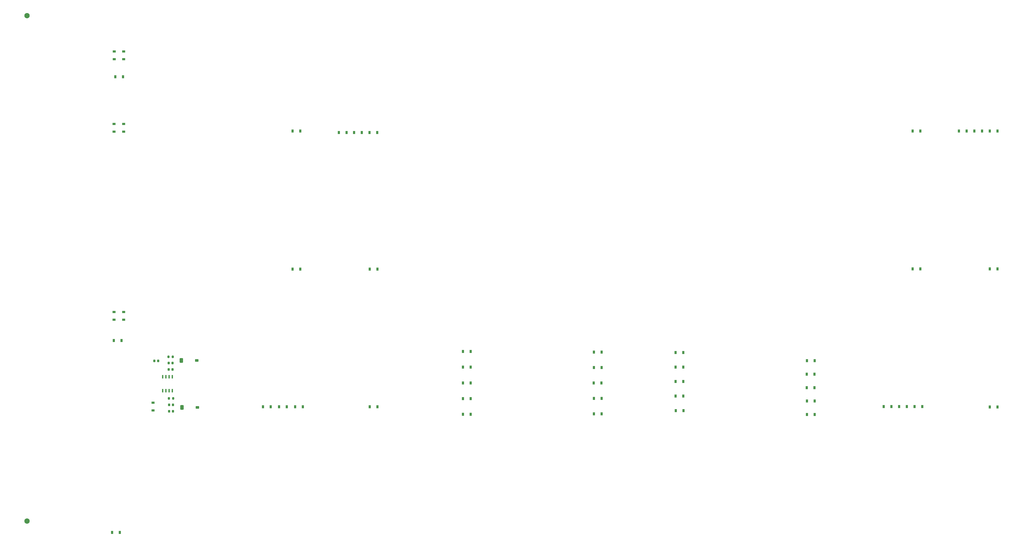
<source format=gtp>
%TF.GenerationSoftware,KiCad,Pcbnew,9.0.1*%
%TF.CreationDate,2025-04-22T22:33:04-07:00*%
%TF.ProjectId,FlexDeploySidePanels,466c6578-4465-4706-9c6f-795369646550,3.3*%
%TF.SameCoordinates,Original*%
%TF.FileFunction,Paste,Top*%
%TF.FilePolarity,Positive*%
%FSLAX46Y46*%
G04 Gerber Fmt 4.6, Leading zero omitted, Abs format (unit mm)*
G04 Created by KiCad (PCBNEW 9.0.1) date 2025-04-22 22:33:04*
%MOMM*%
%LPD*%
G01*
G04 APERTURE LIST*
G04 Aperture macros list*
%AMRoundRect*
0 Rectangle with rounded corners*
0 $1 Rounding radius*
0 $2 $3 $4 $5 $6 $7 $8 $9 X,Y pos of 4 corners*
0 Add a 4 corners polygon primitive as box body*
4,1,4,$2,$3,$4,$5,$6,$7,$8,$9,$2,$3,0*
0 Add four circle primitives for the rounded corners*
1,1,$1+$1,$2,$3*
1,1,$1+$1,$4,$5*
1,1,$1+$1,$6,$7*
1,1,$1+$1,$8,$9*
0 Add four rect primitives between the rounded corners*
20,1,$1+$1,$2,$3,$4,$5,0*
20,1,$1+$1,$4,$5,$6,$7,0*
20,1,$1+$1,$6,$7,$8,$9,0*
20,1,$1+$1,$8,$9,$2,$3,0*%
G04 Aperture macros list end*
%ADD10R,0.850000X1.200000*%
%ADD11RoundRect,0.200000X0.200000X0.275000X-0.200000X0.275000X-0.200000X-0.275000X0.200000X-0.275000X0*%
%ADD12RoundRect,0.225000X0.225000X0.250000X-0.225000X0.250000X-0.225000X-0.250000X0.225000X-0.250000X0*%
%ADD13R,1.200000X0.850000*%
%ADD14RoundRect,0.162500X0.487500X0.787500X-0.487500X0.787500X-0.487500X-0.787500X0.487500X-0.787500X0*%
%ADD15RoundRect,0.137500X0.512500X0.412500X-0.512500X0.412500X-0.512500X-0.412500X0.512500X-0.412500X0*%
%ADD16R,0.533400X1.460500*%
%ADD17RoundRect,0.225000X-0.225000X-0.250000X0.225000X-0.250000X0.225000X0.250000X-0.225000X0.250000X0*%
%ADD18C,2.100000*%
G04 APERTURE END LIST*
D10*
%TO.C,D15*%
X403625000Y-259375716D03*
X400575000Y-259375716D03*
%TD*%
%TO.C,D7*%
X443025000Y-261574797D03*
X446075000Y-261574797D03*
%TD*%
D11*
%TO.C,R2*%
X149986000Y-241868000D03*
X148336000Y-241868000D03*
%TD*%
D12*
%TO.C,C1*%
X150114000Y-263368000D03*
X148564000Y-263368000D03*
%TD*%
D10*
%TO.C,D10*%
X348675000Y-251650000D03*
X351725000Y-251650000D03*
%TD*%
%TO.C,D45*%
X430845000Y-261574797D03*
X433895000Y-261574797D03*
%TD*%
%TO.C,D9*%
X348675000Y-257358571D03*
X351725000Y-257358571D03*
%TD*%
D13*
%TO.C,D35*%
X126850000Y-227225000D03*
X126850000Y-224175000D03*
%TD*%
%TO.C,D37*%
X126875000Y-124400000D03*
X126875000Y-121350000D03*
%TD*%
D10*
%TO.C,D49*%
X215600000Y-153300000D03*
X218650000Y-153300000D03*
%TD*%
D11*
%TO.C,R1*%
X150164000Y-258348000D03*
X148514000Y-258348000D03*
%TD*%
D10*
%TO.C,D13*%
X403550000Y-248758572D03*
X400500000Y-248758572D03*
%TD*%
D12*
%TO.C,C3*%
X149936000Y-246888000D03*
X148386000Y-246888000D03*
%TD*%
D14*
%TO.C,D51*%
X153668000Y-261874000D03*
D15*
X159768000Y-261874000D03*
%TD*%
D10*
%TO.C,D43*%
X348725000Y-263108571D03*
X351775000Y-263108571D03*
%TD*%
%TO.C,D41*%
X185650000Y-261620000D03*
X188700000Y-261620000D03*
%TD*%
%TO.C,D24*%
X316360000Y-264430000D03*
X319410000Y-264430000D03*
%TD*%
D13*
%TO.C,D36*%
X126850000Y-152975000D03*
X126850000Y-149925000D03*
%TD*%
D10*
%TO.C,D11*%
X348675000Y-245941429D03*
X351725000Y-245941429D03*
%TD*%
D16*
%TO.C,U1*%
X146020850Y-255250000D03*
X147290850Y-255250000D03*
X148560850Y-255250000D03*
X149830850Y-255250000D03*
X149830850Y-249801700D03*
X148560850Y-249801700D03*
X147290850Y-249801700D03*
X146020850Y-249801700D03*
%TD*%
D10*
%TO.C,D27*%
X197311000Y-207250000D03*
X200361000Y-207250000D03*
%TD*%
%TO.C,D28*%
X197311000Y-152750000D03*
X200361000Y-152750000D03*
%TD*%
D17*
%TO.C,C5*%
X142725000Y-243500000D03*
X144275000Y-243500000D03*
%TD*%
D10*
%TO.C,D12*%
X348675000Y-240232858D03*
X351725000Y-240232858D03*
%TD*%
%TO.C,D5*%
X442275000Y-152704797D03*
X445325000Y-152704797D03*
%TD*%
%TO.C,D47*%
X316360000Y-240010000D03*
X319410000Y-240010000D03*
%TD*%
D13*
%TO.C,D40*%
X130600000Y-224175000D03*
X130600000Y-227225000D03*
%TD*%
D10*
%TO.C,D26*%
X198400000Y-261600000D03*
X201450000Y-261600000D03*
%TD*%
%TO.C,D44*%
X264680000Y-264580000D03*
X267730000Y-264580000D03*
%TD*%
%TO.C,D21*%
X319410000Y-246115000D03*
X316360000Y-246115000D03*
%TD*%
%TO.C,D46*%
X460550000Y-152700000D03*
X463600000Y-152700000D03*
%TD*%
%TO.C,D19*%
X264680000Y-245995000D03*
X267730000Y-245995000D03*
%TD*%
D13*
%TO.C,D33*%
X142250000Y-263025000D03*
X142250000Y-259975000D03*
%TD*%
D10*
%TO.C,D32*%
X227791000Y-261620000D03*
X230841000Y-261620000D03*
%TD*%
D13*
%TO.C,D38*%
X130650000Y-121350000D03*
X130650000Y-124400000D03*
%TD*%
D10*
%TO.C,D3*%
X472755000Y-152704797D03*
X475805000Y-152704797D03*
%TD*%
%TO.C,D23*%
X319410000Y-258325000D03*
X316360000Y-258325000D03*
%TD*%
%TO.C,D1*%
X472775000Y-261704797D03*
X475825000Y-261704797D03*
%TD*%
D18*
%TO.C,J3*%
X92450000Y-306750000D03*
%TD*%
D10*
%TO.C,D50*%
X127350000Y-131300000D03*
X130400000Y-131300000D03*
%TD*%
%TO.C,D29*%
X221675000Y-153300000D03*
X224725000Y-153300000D03*
%TD*%
%TO.C,D42*%
X129090000Y-311250000D03*
X126040000Y-311250000D03*
%TD*%
%TO.C,D30*%
X227766000Y-153300000D03*
X230816000Y-153300000D03*
%TD*%
%TO.C,D2*%
X472735000Y-207204797D03*
X475785000Y-207204797D03*
%TD*%
%TO.C,D25*%
X192050000Y-261600000D03*
X195100000Y-261600000D03*
%TD*%
D18*
%TO.C,J2*%
X92450000Y-107200000D03*
%TD*%
D10*
%TO.C,D20*%
X264680000Y-239800000D03*
X267730000Y-239800000D03*
%TD*%
%TO.C,D48*%
X400525000Y-243450000D03*
X403575000Y-243450000D03*
%TD*%
%TO.C,D17*%
X264680000Y-258385000D03*
X267730000Y-258385000D03*
%TD*%
D14*
%TO.C,D52*%
X153420000Y-243332000D03*
D15*
X159520000Y-243332000D03*
%TD*%
D10*
%TO.C,D16*%
X400585000Y-264684288D03*
X403635000Y-264684288D03*
%TD*%
%TO.C,D6*%
X442275000Y-207204797D03*
X445325000Y-207204797D03*
%TD*%
%TO.C,D14*%
X403550000Y-254067144D03*
X400500000Y-254067144D03*
%TD*%
D12*
%TO.C,C4*%
X149936000Y-244378000D03*
X148386000Y-244378000D03*
%TD*%
D10*
%TO.C,D4*%
X466650000Y-152700000D03*
X469700000Y-152700000D03*
%TD*%
%TO.C,D34*%
X129750000Y-235425000D03*
X126700000Y-235425000D03*
%TD*%
%TO.C,D18*%
X264680000Y-252190000D03*
X267730000Y-252190000D03*
%TD*%
%TO.C,D31*%
X227791000Y-207250000D03*
X230841000Y-207250000D03*
%TD*%
D13*
%TO.C,D39*%
X130625000Y-149925000D03*
X130625000Y-152975000D03*
%TD*%
D10*
%TO.C,D22*%
X319390000Y-252220000D03*
X316340000Y-252220000D03*
%TD*%
D12*
%TO.C,C2*%
X150114000Y-260858000D03*
X148564000Y-260858000D03*
%TD*%
D10*
%TO.C,D8*%
X436950000Y-261574797D03*
X440000000Y-261574797D03*
%TD*%
M02*

</source>
